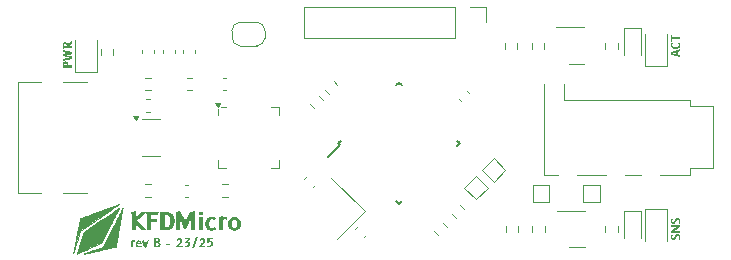
<source format=gbr>
%TF.GenerationSoftware,KiCad,Pcbnew,9.0.0*%
%TF.CreationDate,2025-06-05T15:48:39-04:00*%
%TF.ProjectId,microkfd,6d696372-6f6b-4666-942e-6b696361645f,B*%
%TF.SameCoordinates,Original*%
%TF.FileFunction,Legend,Top*%
%TF.FilePolarity,Positive*%
%FSLAX46Y46*%
G04 Gerber Fmt 4.6, Leading zero omitted, Abs format (unit mm)*
G04 Created by KiCad (PCBNEW 9.0.0) date 2025-06-05 15:48:39*
%MOMM*%
%LPD*%
G01*
G04 APERTURE LIST*
%ADD10C,0.187500*%
%ADD11C,0.300000*%
%ADD12C,0.150000*%
%ADD13C,0.120000*%
%ADD14C,0.010000*%
G04 APERTURE END LIST*
D10*
G36*
X147811250Y-92719998D02*
G01*
X147587218Y-92780860D01*
X147587218Y-92986528D01*
X147811250Y-93045788D01*
X147811250Y-93217338D01*
X147137643Y-93008556D01*
X147027459Y-92990192D01*
X147018728Y-92883671D01*
X147097206Y-92883671D01*
X147291882Y-92911469D01*
X147472317Y-92955570D01*
X147472317Y-92811818D01*
X147291882Y-92856423D01*
X147097206Y-92883671D01*
X147018728Y-92883671D01*
X147011202Y-92791851D01*
X147811250Y-92540571D01*
X147811250Y-92719998D01*
G37*
G36*
X147741457Y-91938131D02*
G01*
X147767467Y-91974744D01*
X147787542Y-92012006D01*
X147802090Y-92050147D01*
X147815546Y-92110692D01*
X147820180Y-92177367D01*
X147816380Y-92230793D01*
X147805355Y-92279144D01*
X147787390Y-92323226D01*
X147762872Y-92364181D01*
X147733318Y-92400621D01*
X147698455Y-92432906D01*
X147659479Y-92460281D01*
X147615928Y-92483282D01*
X147567297Y-92501874D01*
X147516787Y-92515017D01*
X147463734Y-92523017D01*
X147407791Y-92525733D01*
X147329975Y-92520284D01*
X147257215Y-92504255D01*
X147211065Y-92487132D01*
X147169521Y-92465188D01*
X147132102Y-92438401D01*
X147099028Y-92406580D01*
X147070666Y-92369433D01*
X147046876Y-92326385D01*
X147029852Y-92280239D01*
X147019138Y-92227293D01*
X147015369Y-92166376D01*
X147017992Y-92121686D01*
X147025781Y-92078684D01*
X147038725Y-92037049D01*
X147056730Y-91997424D01*
X147079160Y-91961610D01*
X147106136Y-91929247D01*
X147197406Y-92006870D01*
X147175379Y-92043094D01*
X147157060Y-92081654D01*
X147144467Y-92120718D01*
X147139704Y-92157950D01*
X147142240Y-92190619D01*
X147149440Y-92218605D01*
X147160953Y-92242717D01*
X147185859Y-92274220D01*
X147218701Y-92299641D01*
X147257369Y-92318407D01*
X147303698Y-92331881D01*
X147353034Y-92339486D01*
X147406234Y-92342093D01*
X147472088Y-92337651D01*
X147538217Y-92324050D01*
X147569677Y-92313464D01*
X147598804Y-92300419D01*
X147625670Y-92284500D01*
X147648630Y-92266302D01*
X147667960Y-92245151D01*
X147682701Y-92221468D01*
X147692059Y-92195093D01*
X147695295Y-92164773D01*
X147692410Y-92129648D01*
X147682976Y-92093195D01*
X147665665Y-92051475D01*
X147639150Y-92000596D01*
X147741457Y-91938131D01*
G37*
G36*
X147811250Y-91694865D02*
G01*
X147143917Y-91694865D01*
X147143917Y-91901586D01*
X147024299Y-91901586D01*
X147024299Y-91306107D01*
X147143917Y-91306107D01*
X147143917Y-91510721D01*
X147811250Y-91510721D01*
X147811250Y-91694865D01*
G37*
G36*
X147193239Y-108273351D02*
G01*
X147168876Y-108317177D01*
X147151519Y-108353630D01*
X147141032Y-108385366D01*
X147137643Y-108414996D01*
X147142085Y-108452777D01*
X147147925Y-108470287D01*
X147156236Y-108485338D01*
X147167430Y-108498031D01*
X147181973Y-108508144D01*
X147199138Y-108514502D01*
X147221037Y-108516800D01*
X147241528Y-108514228D01*
X147258818Y-108506816D01*
X147274117Y-108495369D01*
X147288219Y-108480346D01*
X147312078Y-108442290D01*
X147333327Y-108397685D01*
X147358240Y-108344425D01*
X147386542Y-108292264D01*
X147420385Y-108245049D01*
X147439958Y-108224344D01*
X147461830Y-108206489D01*
X147486069Y-108191811D01*
X147513258Y-108180523D01*
X147542598Y-108173501D01*
X147576227Y-108171043D01*
X147616155Y-108174001D01*
X147651408Y-108182501D01*
X147682747Y-108196231D01*
X147724610Y-108225587D01*
X147758814Y-108263138D01*
X147785235Y-108307441D01*
X147804701Y-108359126D01*
X147816290Y-108414142D01*
X147820180Y-108471141D01*
X147815388Y-108535542D01*
X147801541Y-108593141D01*
X147779170Y-108648255D01*
X147747777Y-108705111D01*
X147628663Y-108632708D01*
X147649408Y-108599140D01*
X147670153Y-108557970D01*
X147686136Y-108514143D01*
X147691106Y-108492268D01*
X147692685Y-108472195D01*
X147686915Y-108426582D01*
X147679304Y-108405086D01*
X147668322Y-108386420D01*
X147653720Y-108370625D01*
X147635257Y-108358072D01*
X147613517Y-108350173D01*
X147585661Y-108347310D01*
X147558680Y-108350634D01*
X147536064Y-108360179D01*
X147516154Y-108374885D01*
X147498329Y-108393793D01*
X147482784Y-108415568D01*
X147468424Y-108440733D01*
X147442412Y-108493719D01*
X147405455Y-108567953D01*
X147384839Y-108602917D01*
X147362178Y-108633532D01*
X147336199Y-108659985D01*
X147307361Y-108680473D01*
X147274720Y-108693676D01*
X147235737Y-108698287D01*
X147201035Y-108695587D01*
X147169852Y-108687758D01*
X147141581Y-108674977D01*
X147103660Y-108647897D01*
X147072293Y-108613337D01*
X147047794Y-108572795D01*
X147029795Y-108526508D01*
X147018971Y-108477476D01*
X147015369Y-108427590D01*
X147020252Y-108367229D01*
X147034786Y-108309575D01*
X147058489Y-108253628D01*
X147093038Y-108194674D01*
X147193239Y-108273351D01*
G37*
G36*
X147010148Y-107449397D02*
G01*
X147811250Y-107449397D01*
X147811250Y-107615177D01*
X147444015Y-107834446D01*
X147266695Y-107912115D01*
X147267199Y-107915275D01*
X147448732Y-107895308D01*
X147811250Y-107895308D01*
X147811250Y-108074735D01*
X147148634Y-108074735D01*
X147027459Y-108092046D01*
X147011705Y-107905292D01*
X147386313Y-107682313D01*
X147575677Y-107604140D01*
X147575174Y-107601026D01*
X147383153Y-107626168D01*
X147027963Y-107626168D01*
X147010148Y-107449397D01*
G37*
G36*
X147193239Y-106909010D02*
G01*
X147168876Y-106952836D01*
X147151519Y-106989290D01*
X147141032Y-107021026D01*
X147137643Y-107050656D01*
X147142085Y-107088437D01*
X147147925Y-107105946D01*
X147156236Y-107120998D01*
X147167430Y-107133691D01*
X147181973Y-107143804D01*
X147199138Y-107150162D01*
X147221037Y-107152459D01*
X147241528Y-107149888D01*
X147258818Y-107142476D01*
X147274117Y-107131028D01*
X147288219Y-107116006D01*
X147312078Y-107077950D01*
X147333327Y-107033345D01*
X147358240Y-106980085D01*
X147386542Y-106927924D01*
X147420385Y-106880708D01*
X147439958Y-106860003D01*
X147461830Y-106842149D01*
X147486069Y-106827471D01*
X147513258Y-106816182D01*
X147542598Y-106809160D01*
X147576227Y-106806703D01*
X147616155Y-106809661D01*
X147651408Y-106818160D01*
X147682747Y-106831890D01*
X147724610Y-106861246D01*
X147758814Y-106898798D01*
X147785235Y-106943101D01*
X147804701Y-106994785D01*
X147816290Y-107049801D01*
X147820180Y-107106801D01*
X147815388Y-107171201D01*
X147801541Y-107228800D01*
X147779170Y-107283914D01*
X147747777Y-107340770D01*
X147628663Y-107268368D01*
X147649408Y-107234799D01*
X147670153Y-107193629D01*
X147686136Y-107149803D01*
X147691106Y-107127927D01*
X147692685Y-107107854D01*
X147686915Y-107062242D01*
X147679304Y-107040746D01*
X147668322Y-107022079D01*
X147653720Y-107006284D01*
X147635257Y-106993732D01*
X147613517Y-106985833D01*
X147585661Y-106982970D01*
X147558680Y-106986294D01*
X147536064Y-106995838D01*
X147516154Y-107010544D01*
X147498329Y-107029452D01*
X147482784Y-107051227D01*
X147468424Y-107076393D01*
X147442412Y-107129378D01*
X147405455Y-107203613D01*
X147384839Y-107238576D01*
X147362178Y-107269192D01*
X147336199Y-107295645D01*
X147307361Y-107316132D01*
X147274720Y-107329335D01*
X147235737Y-107333947D01*
X147201035Y-107331246D01*
X147169852Y-107323417D01*
X147141581Y-107310637D01*
X147103660Y-107283557D01*
X147072293Y-107248996D01*
X147047794Y-107208455D01*
X147029795Y-107162168D01*
X147018971Y-107113135D01*
X147015369Y-107063249D01*
X147020252Y-107002889D01*
X147034786Y-106945234D01*
X147058489Y-106889287D01*
X147093038Y-106830333D01*
X147193239Y-106909010D01*
G37*
G36*
X95788212Y-93566157D02*
G01*
X95827501Y-93574598D01*
X95860576Y-93587830D01*
X95890785Y-93606591D01*
X95916815Y-93629817D01*
X95939023Y-93657852D01*
X95964702Y-93706552D01*
X95983353Y-93766708D01*
X95994442Y-93832027D01*
X96000160Y-93907300D01*
X96311250Y-93907300D01*
X96311250Y-94091444D01*
X95649183Y-94091444D01*
X95535840Y-94111410D01*
X95528787Y-94058425D01*
X95523246Y-93999120D01*
X95519857Y-93941692D01*
X95518529Y-93893653D01*
X95519537Y-93871121D01*
X95626606Y-93871121D01*
X95627156Y-93891867D01*
X95629217Y-93915726D01*
X95718426Y-93907300D01*
X95889427Y-93907300D01*
X95885695Y-93868109D01*
X95879214Y-93835447D01*
X95868706Y-93805792D01*
X95854576Y-93782186D01*
X95835696Y-93763160D01*
X95811574Y-93749168D01*
X95783174Y-93740918D01*
X95745675Y-93737856D01*
X95715292Y-93741051D01*
X95691132Y-93749946D01*
X95670445Y-93763890D01*
X95654129Y-93781133D01*
X95641702Y-93801339D01*
X95633155Y-93823906D01*
X95628230Y-93847602D01*
X95626606Y-93871121D01*
X95519537Y-93871121D01*
X95521403Y-93829425D01*
X95529840Y-93768814D01*
X95545126Y-93711583D01*
X95567072Y-93663393D01*
X95586414Y-93634790D01*
X95609251Y-93610599D01*
X95635811Y-93590441D01*
X95665440Y-93575688D01*
X95700293Y-93566425D01*
X95741507Y-93563146D01*
X95788212Y-93566157D01*
G37*
G36*
X96048933Y-93011906D02*
G01*
X95802370Y-93035536D01*
X96048933Y-93077988D01*
X96311250Y-93142011D01*
X96311250Y-93328261D01*
X95528512Y-93522892D01*
X95510652Y-93349785D01*
X95860072Y-93262682D01*
X96112405Y-93220184D01*
X96112405Y-93218077D01*
X95857462Y-93196599D01*
X95524299Y-93113709D01*
X95524299Y-92964690D01*
X95857965Y-92881800D01*
X96117672Y-92838798D01*
X96117672Y-92836692D01*
X95859019Y-92815168D01*
X95524299Y-92731774D01*
X95524299Y-92564392D01*
X96311250Y-92760076D01*
X96311250Y-92946326D01*
X96048933Y-93011906D01*
G37*
G36*
X96311250Y-92041407D02*
G01*
X96015365Y-92254402D01*
X96009390Y-92260764D01*
X96006709Y-92267545D01*
X96005381Y-92279085D01*
X96311250Y-92279085D01*
X96311250Y-92463733D01*
X95649183Y-92463733D01*
X95533733Y-92483700D01*
X95528237Y-92430165D01*
X95523246Y-92369303D01*
X95519857Y-92308715D01*
X95518529Y-92256004D01*
X95519205Y-92243411D01*
X95626606Y-92243411D01*
X95626606Y-92271209D01*
X95626881Y-92279360D01*
X95627660Y-92288016D01*
X95718426Y-92279085D01*
X95890480Y-92279085D01*
X95890480Y-92245517D01*
X95887506Y-92211807D01*
X95879214Y-92184380D01*
X95865849Y-92160363D01*
X95849081Y-92141378D01*
X95828708Y-92126535D01*
X95804980Y-92115916D01*
X95779287Y-92109654D01*
X95751994Y-92107535D01*
X95717223Y-92110862D01*
X95691132Y-92119854D01*
X95669155Y-92134171D01*
X95652572Y-92151591D01*
X95640355Y-92172159D01*
X95632377Y-92195417D01*
X95626606Y-92243411D01*
X95519205Y-92243411D01*
X95522293Y-92185922D01*
X95532954Y-92125121D01*
X95551404Y-92069181D01*
X95576002Y-92023867D01*
X95608235Y-91986111D01*
X95646802Y-91958288D01*
X95675773Y-91945517D01*
X95707997Y-91937655D01*
X95744118Y-91934932D01*
X95798296Y-91939609D01*
X95841433Y-91952517D01*
X95879374Y-91973344D01*
X95910722Y-91999962D01*
X95936621Y-92031986D01*
X95957662Y-92068975D01*
X95974285Y-92108800D01*
X95987567Y-92150537D01*
X96004877Y-92077081D01*
X96311250Y-91848333D01*
X96311250Y-92041407D01*
G37*
D11*
G36*
X101376945Y-107872500D02*
G01*
X101376945Y-106547268D01*
X101342323Y-106304918D01*
X101745232Y-106272404D01*
X101745232Y-106786504D01*
X102155560Y-106298599D01*
X102541617Y-106298599D01*
X102018082Y-106928196D01*
X101734791Y-107030961D01*
X102007549Y-107121270D01*
X102563690Y-107872500D01*
X102164994Y-107872500D01*
X101745232Y-107305917D01*
X101745232Y-107872500D01*
X101376945Y-107872500D01*
G37*
G36*
X103001953Y-107872500D02*
G01*
X102633666Y-107872500D01*
X102633666Y-106547268D01*
X102596938Y-106298599D01*
X103648312Y-106298599D01*
X103620010Y-106537834D01*
X102986200Y-106537834D01*
X103001953Y-106682640D01*
X103001953Y-106911343D01*
X103540234Y-106911343D01*
X103540234Y-107134825D01*
X103001953Y-107134825D01*
X103001953Y-107872500D01*
G37*
G36*
X104352013Y-106298772D02*
G01*
X104505604Y-106329556D01*
X104602420Y-106363093D01*
X104688225Y-106406510D01*
X104764257Y-106459707D01*
X104831048Y-106523685D01*
X104887993Y-106599451D01*
X104935349Y-106688410D01*
X104968592Y-106783738D01*
X104989753Y-106895249D01*
X104997265Y-107025740D01*
X104989266Y-107173731D01*
X104966765Y-107300147D01*
X104929398Y-107417231D01*
X104881219Y-107516302D01*
X104820290Y-107604249D01*
X104749603Y-107677868D01*
X104669135Y-107739443D01*
X104581167Y-107788602D01*
X104486886Y-107825781D01*
X104385528Y-107852075D01*
X104280600Y-107867344D01*
X104171480Y-107872500D01*
X103802093Y-107872500D01*
X103802093Y-106548367D01*
X103798082Y-106521073D01*
X104148399Y-106521073D01*
X104170381Y-106689967D01*
X104170381Y-107631157D01*
X104275767Y-107617203D01*
X104357684Y-107592872D01*
X104429724Y-107557066D01*
X104485637Y-107515203D01*
X104531346Y-107465231D01*
X104565413Y-107410331D01*
X104590660Y-107350997D01*
X104608461Y-107290163D01*
X104625771Y-107167981D01*
X104628977Y-107056148D01*
X104624185Y-106941146D01*
X104610567Y-106839993D01*
X104583642Y-106746714D01*
X104541874Y-106670000D01*
X104504629Y-106626624D01*
X104458507Y-106589812D01*
X104402289Y-106559358D01*
X104341490Y-106538608D01*
X104265583Y-106524957D01*
X104171480Y-106519974D01*
X104159939Y-106519974D01*
X104148399Y-106521073D01*
X103798082Y-106521073D01*
X103766464Y-106305926D01*
X103875549Y-106297591D01*
X103989397Y-106292279D01*
X104095368Y-106289165D01*
X104179815Y-106288066D01*
X104352013Y-106298772D01*
G37*
G36*
X105995333Y-107034166D02*
G01*
X106339532Y-106303819D01*
X106706812Y-106271304D01*
X106706812Y-107872500D01*
X106359499Y-107872500D01*
X106359499Y-107294377D01*
X106406668Y-106760309D01*
X106401448Y-106759210D01*
X106229348Y-107262869D01*
X106001653Y-107743448D01*
X105809678Y-107743448D01*
X105600850Y-107310130D01*
X105423530Y-106760309D01*
X105417210Y-106761317D01*
X105470699Y-107349972D01*
X105470699Y-107872500D01*
X105132911Y-107872500D01*
X105132911Y-106547268D01*
X105101404Y-106304918D01*
X105478118Y-106273411D01*
X105838987Y-107032060D01*
X105917755Y-107349972D01*
X105995333Y-107034166D01*
G37*
G36*
X107380739Y-107872500D02*
G01*
X107049088Y-107872500D01*
X107049088Y-106771850D01*
X107380739Y-106738236D01*
X107380739Y-107872500D01*
G37*
G36*
X107042860Y-106298599D02*
G01*
X107386967Y-106298599D01*
X107386967Y-106540949D01*
X107042860Y-106540949D01*
X107042860Y-106298599D01*
G37*
G36*
X108372396Y-107018413D02*
G01*
X108312129Y-106970144D01*
X108256991Y-106942850D01*
X108205059Y-106930852D01*
X108154134Y-106928196D01*
X108096837Y-106935851D01*
X108050819Y-106957596D01*
X108012580Y-106991422D01*
X107981577Y-107035724D01*
X107958880Y-107087231D01*
X107942742Y-107148564D01*
X107933720Y-107213318D01*
X107930652Y-107281737D01*
X107933564Y-107353581D01*
X107942192Y-107422879D01*
X107957898Y-107488951D01*
X107980478Y-107545153D01*
X108012220Y-107593699D01*
X108052377Y-107630699D01*
X108101649Y-107654275D01*
X108164667Y-107662664D01*
X108223377Y-107655337D01*
X108286850Y-107635370D01*
X108349864Y-107605969D01*
X108408116Y-107570341D01*
X108525628Y-107774955D01*
X108445469Y-107821815D01*
X108355635Y-107858852D01*
X108259287Y-107882247D01*
X108151020Y-107890360D01*
X108057780Y-107884211D01*
X107975788Y-107866619D01*
X107903358Y-107838428D01*
X107835899Y-107799578D01*
X107777050Y-107753681D01*
X107726038Y-107700491D01*
X107663937Y-107608478D01*
X107618968Y-107502105D01*
X107592297Y-107388062D01*
X107583339Y-107269189D01*
X107592008Y-107161529D01*
X107617960Y-107057247D01*
X107661832Y-106960061D01*
X107723473Y-106875164D01*
X107773922Y-106826537D01*
X107833034Y-106784245D01*
X107901801Y-106748219D01*
X107975040Y-106722471D01*
X108059243Y-106706224D01*
X108156241Y-106700500D01*
X108265732Y-106710170D01*
X108359848Y-106737778D01*
X108417003Y-106767140D01*
X108473862Y-106808707D01*
X108530848Y-106864173D01*
X108372396Y-107018413D01*
G37*
G36*
X109422762Y-106962817D02*
G01*
X109384935Y-106945506D01*
X109351321Y-106934515D01*
X109316242Y-106929295D01*
X109273743Y-106928196D01*
X109244645Y-106931640D01*
X109214392Y-106942392D01*
X109156690Y-106980677D01*
X109105857Y-107035724D01*
X109067022Y-107100204D01*
X109067022Y-107872500D01*
X108725021Y-107872500D01*
X108725021Y-106725688D01*
X109067022Y-106691066D01*
X109067022Y-106933416D01*
X109165666Y-106718269D01*
X109213385Y-106706270D01*
X109271637Y-106700500D01*
X109326780Y-106702967D01*
X109366617Y-106709385D01*
X109437417Y-106735122D01*
X109422762Y-106962817D01*
G37*
G36*
X110151323Y-106705641D02*
G01*
X110227797Y-106720632D01*
X110298647Y-106745105D01*
X110396142Y-106798594D01*
X110478074Y-106868845D01*
X110544234Y-106954696D01*
X110594487Y-107056698D01*
X110625381Y-107168642D01*
X110635977Y-107292270D01*
X110625758Y-107416920D01*
X110596044Y-107529399D01*
X110547235Y-107632002D01*
X110482196Y-107718810D01*
X110401045Y-107790041D01*
X110303319Y-107844747D01*
X110232086Y-107869685D01*
X110154108Y-107885057D01*
X110068296Y-107890360D01*
X109985375Y-107885103D01*
X109909095Y-107869776D01*
X109838494Y-107844747D01*
X109741489Y-107790162D01*
X109659617Y-107718810D01*
X109593410Y-107631986D01*
X109543113Y-107529399D01*
X109512296Y-107416855D01*
X109501714Y-107292270D01*
X109503268Y-107273402D01*
X109843806Y-107273402D01*
X109846964Y-107345217D01*
X109856354Y-107415002D01*
X109873145Y-107481579D01*
X109896746Y-107538284D01*
X109928841Y-107587800D01*
X109967546Y-107625936D01*
X110014336Y-107650843D01*
X110071502Y-107659459D01*
X110126048Y-107652017D01*
X110171153Y-107630607D01*
X110209074Y-107597306D01*
X110240396Y-107553488D01*
X110263853Y-107502856D01*
X110280787Y-107444403D01*
X110290574Y-107382857D01*
X110293885Y-107318465D01*
X110290737Y-107247527D01*
X110281337Y-107177873D01*
X110264633Y-107111162D01*
X110240945Y-107053584D01*
X110208650Y-107003215D01*
X110169504Y-106964924D01*
X110122200Y-106939965D01*
X110064174Y-106931310D01*
X110009614Y-106938748D01*
X109964432Y-106960161D01*
X109926624Y-106993485D01*
X109895738Y-107037281D01*
X109872831Y-107087961D01*
X109856354Y-107146915D01*
X109846973Y-107208924D01*
X109843806Y-107273402D01*
X109503268Y-107273402D01*
X109511901Y-107168569D01*
X109541556Y-107056698D01*
X109590442Y-106954667D01*
X109655403Y-106868845D01*
X109736513Y-106798643D01*
X109833823Y-106745105D01*
X109904709Y-106720741D01*
X109982503Y-106705696D01*
X110068296Y-106700500D01*
X110151323Y-106705641D01*
G37*
D12*
G36*
X101663945Y-108856408D02*
G01*
X101645032Y-108847753D01*
X101628225Y-108842257D01*
X101610685Y-108839647D01*
X101589436Y-108839098D01*
X101574887Y-108840820D01*
X101559760Y-108846196D01*
X101530909Y-108865338D01*
X101505493Y-108892862D01*
X101486075Y-108925102D01*
X101486075Y-109311250D01*
X101315075Y-109311250D01*
X101315075Y-108737844D01*
X101486075Y-108720533D01*
X101486075Y-108841708D01*
X101535397Y-108734134D01*
X101559257Y-108728135D01*
X101588383Y-108725250D01*
X101615954Y-108726483D01*
X101635873Y-108729692D01*
X101671273Y-108742561D01*
X101663945Y-108856408D01*
G37*
G36*
X102020369Y-108730697D02*
G01*
X102069098Y-108744392D01*
X102111690Y-108767010D01*
X102145165Y-108796325D01*
X102171021Y-108832531D01*
X102189770Y-108876329D01*
X102200660Y-108924586D01*
X102204470Y-108979690D01*
X102202592Y-109016922D01*
X102198150Y-109066793D01*
X101846670Y-109066793D01*
X101850223Y-109094453D01*
X101858714Y-109120557D01*
X101871615Y-109144501D01*
X101887840Y-109164887D01*
X101907390Y-109181830D01*
X101930063Y-109195066D01*
X101955051Y-109203472D01*
X101982545Y-109206332D01*
X102026325Y-109201111D01*
X102064107Y-109188243D01*
X102094240Y-109172489D01*
X102114757Y-109158063D01*
X102195540Y-109228360D01*
X102153545Y-109265088D01*
X102130008Y-109280574D01*
X102103720Y-109293939D01*
X102075522Y-109304551D01*
X102043911Y-109312807D01*
X102010473Y-109317849D01*
X101972058Y-109319630D01*
X101922128Y-109316646D01*
X101879458Y-109308232D01*
X101842960Y-109294992D01*
X101808912Y-109276336D01*
X101779981Y-109254406D01*
X101755628Y-109229138D01*
X101726508Y-109185140D01*
X101706306Y-109134479D01*
X101694738Y-109080063D01*
X101690827Y-109022692D01*
X101692660Y-108985649D01*
X101695209Y-108968653D01*
X101818322Y-108968653D01*
X101909089Y-108959219D01*
X102055451Y-108958715D01*
X102051788Y-108913057D01*
X102046440Y-108892494D01*
X102038141Y-108875001D01*
X102026417Y-108860209D01*
X102011121Y-108848806D01*
X101992533Y-108841723D01*
X101967341Y-108839098D01*
X101945684Y-108841158D01*
X101927682Y-108846974D01*
X101911657Y-108855914D01*
X101898327Y-108866621D01*
X101878131Y-108891579D01*
X101866087Y-108914614D01*
X101818322Y-108968653D01*
X101695209Y-108968653D01*
X101698155Y-108949007D01*
X101707461Y-108913298D01*
X101720457Y-108879718D01*
X101737265Y-108848049D01*
X101757735Y-108818627D01*
X101781925Y-108792272D01*
X101809941Y-108769855D01*
X101841411Y-108751709D01*
X101877353Y-108737569D01*
X101916055Y-108728809D01*
X101959968Y-108725754D01*
X102020369Y-108730697D01*
G37*
G36*
X102489639Y-108944015D02*
G01*
X102528428Y-109153850D01*
X102566209Y-108944015D01*
X102633895Y-108737844D01*
X102800224Y-108718930D01*
X102603487Y-109323843D01*
X102437157Y-109308639D01*
X102252510Y-108737844D01*
X102417740Y-108721037D01*
X102489639Y-108944015D01*
G37*
G36*
X103494886Y-108521650D02*
G01*
X103554248Y-108527734D01*
X103610780Y-108539383D01*
X103658387Y-108556860D01*
X103687051Y-108572908D01*
X103711094Y-108592193D01*
X103731018Y-108614837D01*
X103745773Y-108640752D01*
X103755025Y-108671730D01*
X103758312Y-108708992D01*
X103756241Y-108736732D01*
X103750161Y-108762482D01*
X103740435Y-108786768D01*
X103727629Y-108808918D01*
X103711746Y-108829117D01*
X103692459Y-108847753D01*
X103670740Y-108863989D01*
X103646571Y-108877886D01*
X103679379Y-108890701D01*
X103709815Y-108905730D01*
X103737760Y-108923730D01*
X103761472Y-108944565D01*
X103781127Y-108968723D01*
X103796094Y-108996222D01*
X103805423Y-109026612D01*
X103808688Y-109062030D01*
X103805255Y-109106713D01*
X103795544Y-109144691D01*
X103779954Y-109179268D01*
X103760144Y-109208713D01*
X103735915Y-109234210D01*
X103707434Y-109255928D01*
X103676064Y-109273726D01*
X103642633Y-109287894D01*
X103607729Y-109298492D01*
X103571284Y-109305754D01*
X103498652Y-109311250D01*
X103254699Y-109311250D01*
X103254699Y-109191632D01*
X103438843Y-109191632D01*
X103468747Y-109191632D01*
X103506982Y-109190039D01*
X103538769Y-109185632D01*
X103567716Y-109177173D01*
X103590701Y-109164887D01*
X103609431Y-109147993D01*
X103623216Y-109126602D01*
X103631469Y-109101142D01*
X103634527Y-109067297D01*
X103631552Y-109034917D01*
X103623490Y-109010373D01*
X103610285Y-108989657D01*
X103593082Y-108973645D01*
X103572219Y-108961876D01*
X103546875Y-108953724D01*
X103519457Y-108949243D01*
X103488668Y-108947679D01*
X103438843Y-108947679D01*
X103438843Y-109191632D01*
X103254699Y-109191632D01*
X103254699Y-108649183D01*
X103251705Y-108628713D01*
X103430416Y-108628713D01*
X103438843Y-108718426D01*
X103438843Y-108839098D01*
X103454047Y-108839098D01*
X103478613Y-108837411D01*
X103503598Y-108832274D01*
X103527435Y-108823485D01*
X103548477Y-108811025D01*
X103566468Y-108794674D01*
X103580992Y-108774022D01*
X103590266Y-108749829D01*
X103593586Y-108719480D01*
X103590349Y-108692429D01*
X103581496Y-108672264D01*
X103567684Y-108655949D01*
X103550538Y-108643917D01*
X103530886Y-108635579D01*
X103508864Y-108630270D01*
X103464534Y-108626606D01*
X103447727Y-108627156D01*
X103430416Y-108628713D01*
X103251705Y-108628713D01*
X103237892Y-108534282D01*
X103287214Y-108528512D01*
X103340428Y-108523795D01*
X103391078Y-108520635D01*
X103432523Y-108519582D01*
X103494886Y-108521650D01*
G37*
G36*
X104306073Y-108983857D02*
G01*
X104634976Y-108983857D01*
X104634976Y-109101414D01*
X104306073Y-109101414D01*
X104306073Y-108983857D01*
G37*
G36*
X105138727Y-109311250D02*
G01*
X105138727Y-109211553D01*
X105195651Y-109129991D01*
X105262009Y-109046048D01*
X105328641Y-108968149D01*
X105385840Y-108904677D01*
X105434063Y-108853248D01*
X105466074Y-108814460D01*
X105476659Y-108796248D01*
X105483659Y-108778510D01*
X105487719Y-108759478D01*
X105489200Y-108735737D01*
X105487568Y-108716486D01*
X105482606Y-108697177D01*
X105474626Y-108678935D01*
X105463967Y-108662831D01*
X105450667Y-108649096D01*
X105434887Y-108638422D01*
X105416981Y-108631578D01*
X105396327Y-108629217D01*
X105368743Y-108632441D01*
X105343796Y-108641952D01*
X105320765Y-108658068D01*
X105290979Y-108690828D01*
X105263062Y-108736241D01*
X105140834Y-108690628D01*
X105158438Y-108651931D01*
X105180172Y-108617951D01*
X105206502Y-108588005D01*
X105237096Y-108562859D01*
X105271730Y-108542858D01*
X105311605Y-108527734D01*
X105354705Y-108518583D01*
X105404204Y-108515369D01*
X105461831Y-108520499D01*
X105510679Y-108535061D01*
X105554301Y-108558146D01*
X105589630Y-108586718D01*
X105618133Y-108621039D01*
X105638677Y-108659396D01*
X105651343Y-108700556D01*
X105655484Y-108741507D01*
X105652523Y-108777232D01*
X105643944Y-108809193D01*
X105630517Y-108839395D01*
X105612986Y-108868727D01*
X105568931Y-108925651D01*
X105518052Y-108985460D01*
X105463738Y-109049482D01*
X105410203Y-109111398D01*
X105364041Y-109165437D01*
X105331801Y-109206332D01*
X105668627Y-109206332D01*
X105668627Y-109311250D01*
X105138727Y-109311250D01*
G37*
G36*
X105900124Y-108819131D02*
G01*
X105936852Y-108792386D01*
X105982739Y-108757765D01*
X106032564Y-108718152D01*
X106081383Y-108675653D01*
X106124156Y-108632148D01*
X106156121Y-108590382D01*
X106019742Y-108629217D01*
X105846085Y-108629217D01*
X105857122Y-108524299D01*
X106298820Y-108524299D01*
X106298820Y-108615066D01*
X106279112Y-108654644D01*
X106252108Y-108691132D01*
X106220357Y-108725124D01*
X106184468Y-108759322D01*
X106102632Y-108802873D01*
X106156210Y-108806612D01*
X106203107Y-108817299D01*
X106245770Y-108835155D01*
X106280456Y-108858515D01*
X106308812Y-108888150D01*
X106330052Y-108923819D01*
X106343099Y-108964108D01*
X106347638Y-109010648D01*
X106342142Y-109060722D01*
X106326114Y-109105078D01*
X106300931Y-109145101D01*
X106267862Y-109180915D01*
X106228546Y-109211656D01*
X106181583Y-109238893D01*
X106130649Y-109261225D01*
X106075566Y-109279513D01*
X106018500Y-109293421D01*
X105959108Y-109303373D01*
X105899240Y-109309299D01*
X105840819Y-109311250D01*
X105840819Y-109206332D01*
X105902123Y-109201190D01*
X105961490Y-109190075D01*
X106018068Y-109172978D01*
X106066407Y-109151515D01*
X106108831Y-109124017D01*
X106140642Y-109092759D01*
X106156383Y-109068642D01*
X106165614Y-109043219D01*
X106168715Y-109015868D01*
X106165314Y-108987171D01*
X106155846Y-108964760D01*
X106140818Y-108946077D01*
X106120996Y-108931147D01*
X106097671Y-108920294D01*
X106069842Y-108912783D01*
X106040223Y-108908693D01*
X106008201Y-108907287D01*
X105985120Y-108908066D01*
X105953613Y-108909668D01*
X105922380Y-108911226D01*
X105900124Y-108912508D01*
X105900124Y-108819131D01*
G37*
G36*
X106623739Y-109363731D02*
G01*
X106439046Y-109363731D01*
X106811043Y-108471817D01*
X106990973Y-108471817D01*
X106623739Y-109363731D01*
G37*
G36*
X107080458Y-109311250D02*
G01*
X107080458Y-109211553D01*
X107137382Y-109129991D01*
X107203739Y-109046048D01*
X107270372Y-108968149D01*
X107327571Y-108904677D01*
X107375793Y-108853248D01*
X107407804Y-108814460D01*
X107418389Y-108796248D01*
X107425390Y-108778510D01*
X107429450Y-108759478D01*
X107430931Y-108735737D01*
X107429299Y-108716486D01*
X107424337Y-108697177D01*
X107416357Y-108678935D01*
X107405698Y-108662831D01*
X107392397Y-108649096D01*
X107376618Y-108638422D01*
X107358712Y-108631578D01*
X107338058Y-108629217D01*
X107310474Y-108632441D01*
X107285526Y-108641952D01*
X107262495Y-108658068D01*
X107232710Y-108690828D01*
X107204793Y-108736241D01*
X107082564Y-108690628D01*
X107100169Y-108651931D01*
X107121903Y-108617951D01*
X107148232Y-108588005D01*
X107178827Y-108562859D01*
X107213461Y-108542858D01*
X107253336Y-108527734D01*
X107296436Y-108518583D01*
X107345935Y-108515369D01*
X107403562Y-108520499D01*
X107452409Y-108535061D01*
X107496032Y-108558146D01*
X107531361Y-108586718D01*
X107559864Y-108621039D01*
X107580408Y-108659396D01*
X107593074Y-108700556D01*
X107597215Y-108741507D01*
X107594254Y-108777232D01*
X107585674Y-108809193D01*
X107572248Y-108839395D01*
X107554716Y-108868727D01*
X107510661Y-108925651D01*
X107459782Y-108985460D01*
X107405469Y-109049482D01*
X107351934Y-109111398D01*
X107305772Y-109165437D01*
X107273532Y-109206332D01*
X107610358Y-109206332D01*
X107610358Y-109311250D01*
X107080458Y-109311250D01*
G37*
G36*
X107961472Y-108762482D02*
G01*
X107988995Y-108757490D01*
X108022335Y-108755658D01*
X108081158Y-108760319D01*
X108131191Y-108773518D01*
X108176103Y-108794976D01*
X108212478Y-108822291D01*
X108241925Y-108855879D01*
X108263402Y-108894464D01*
X108276534Y-108936860D01*
X108280988Y-108982850D01*
X108275503Y-109035130D01*
X108259464Y-109081997D01*
X108234206Y-109124752D01*
X108200937Y-109163559D01*
X108161335Y-109197459D01*
X108114658Y-109227581D01*
X108063965Y-109252767D01*
X108009466Y-109273743D01*
X107952870Y-109290048D01*
X107894290Y-109301816D01*
X107835276Y-109308924D01*
X107778382Y-109311250D01*
X107778382Y-109192685D01*
X107815767Y-109190096D01*
X107854677Y-109184304D01*
X107930515Y-109164337D01*
X107966382Y-109150354D01*
X107999757Y-109133929D01*
X108030697Y-109114781D01*
X108056681Y-109094316D01*
X108078799Y-109071300D01*
X108095241Y-109047101D01*
X108105879Y-109020833D01*
X108109392Y-108993337D01*
X108107565Y-108972102D01*
X108102065Y-108951342D01*
X108093150Y-108931950D01*
X108081319Y-108915164D01*
X108066709Y-108900930D01*
X108049583Y-108889702D01*
X108030415Y-108882471D01*
X108008688Y-108879993D01*
X107971456Y-108883153D01*
X107939948Y-108891304D01*
X107915036Y-108902021D01*
X107896397Y-108913057D01*
X107778382Y-108913057D01*
X107778382Y-108524299D01*
X108232719Y-108524299D01*
X108232719Y-108629217D01*
X107961472Y-108629217D01*
X107961472Y-108762482D01*
G37*
D13*
%TO.C,D3*%
X96540000Y-94435000D02*
X98460000Y-94435000D01*
X98460000Y-94435000D02*
X98460000Y-91750000D01*
X96540000Y-91750000D02*
X96540000Y-94435000D01*
%TO.C,D2*%
X144790000Y-93935000D02*
X146710000Y-93935000D01*
X146710000Y-93935000D02*
X146710000Y-91250000D01*
X144790000Y-91250000D02*
X144790000Y-93935000D01*
%TO.C,D1*%
X146710000Y-106065000D02*
X144790000Y-106065000D01*
X144790000Y-106065000D02*
X144790000Y-108750000D01*
X146710000Y-108750000D02*
X146710000Y-106065000D01*
%TO.C,R7*%
X117201697Y-96462770D02*
X117537230Y-96798303D01*
X116462770Y-97201697D02*
X116798303Y-97537230D01*
%TO.C,R6*%
X118451697Y-95212770D02*
X118787230Y-95548303D01*
X117712770Y-95951697D02*
X118048303Y-96287230D01*
%TO.C,R18*%
X142522500Y-107512742D02*
X142522500Y-107987258D01*
X141477500Y-107512742D02*
X141477500Y-107987258D01*
%TO.C,R17*%
X141477500Y-92487258D02*
X141477500Y-92012742D01*
X142522500Y-92487258D02*
X142522500Y-92012742D01*
%TO.C,R16*%
X109487258Y-105022500D02*
X109012742Y-105022500D01*
X109487258Y-103977500D02*
X109012742Y-103977500D01*
%TO.C,R15*%
X135290000Y-107987258D02*
X135290000Y-107512742D01*
X136335000Y-107987258D02*
X136335000Y-107512742D01*
%TO.C,R14*%
X135227500Y-92487258D02*
X135227500Y-92012742D01*
X136272500Y-92487258D02*
X136272500Y-92012742D01*
%TO.C,R13*%
X134085000Y-107512742D02*
X134085000Y-107987258D01*
X133040000Y-107512742D02*
X133040000Y-107987258D01*
%TO.C,R12*%
X134022500Y-92012742D02*
X134022500Y-92487258D01*
X132977500Y-92012742D02*
X132977500Y-92487258D01*
%TO.C,R11*%
X106487258Y-96022500D02*
X106012742Y-96022500D01*
X106487258Y-94977500D02*
X106012742Y-94977500D01*
%TO.C,R10*%
X102987258Y-105022500D02*
X102512742Y-105022500D01*
X102987258Y-103977500D02*
X102512742Y-103977500D01*
%TO.C,R9*%
X128798303Y-106787230D02*
X128462770Y-106451697D01*
X129537230Y-106048303D02*
X129201697Y-105712770D01*
%TO.C,R8*%
X127298303Y-108287230D02*
X126962770Y-107951697D01*
X128037230Y-107548303D02*
X127701697Y-107212770D01*
%TO.C,R5*%
X102987258Y-96022500D02*
X102512742Y-96022500D01*
X102987258Y-94977500D02*
X102512742Y-94977500D01*
%TO.C,R4*%
X99772500Y-92512742D02*
X99772500Y-92987258D01*
X98727500Y-92512742D02*
X98727500Y-92987258D01*
%TO.C,JP1*%
X112650000Y-90950000D02*
X112650000Y-91550000D01*
X111950000Y-92250000D02*
X110550000Y-92250000D01*
X110550000Y-90250000D02*
X111950000Y-90250000D01*
X109850000Y-91550000D02*
X109850000Y-90950000D01*
X112650000Y-91550000D02*
G75*
G02*
X111950000Y-92250000I-699999J-1D01*
G01*
X111950000Y-90250000D02*
G75*
G02*
X112650000Y-90950000I1J-699999D01*
G01*
X110550000Y-92250000D02*
G75*
G02*
X109850000Y-91550000I0J700000D01*
G01*
X109850000Y-90950000D02*
G75*
G02*
X110550000Y-90250000I700000J0D01*
G01*
%TO.C,C9*%
X109109420Y-94990000D02*
X109390580Y-94990000D01*
X109109420Y-96010000D02*
X109390580Y-96010000D01*
%TO.C,C8*%
X116910030Y-104011219D02*
X116711219Y-104210030D01*
X116188781Y-103289970D02*
X115989970Y-103488781D01*
%TO.C,C7*%
X120289970Y-107738781D02*
X120488781Y-107539970D01*
X121011219Y-108460030D02*
X121210030Y-108261219D01*
%TO.C,C6*%
X105010000Y-92609420D02*
X105010000Y-92890580D01*
X103990000Y-92609420D02*
X103990000Y-92890580D01*
%TO.C,C5*%
X129761219Y-96039970D02*
X129960030Y-96238781D01*
X129039970Y-96761219D02*
X129238781Y-96960030D01*
%TO.C,C3*%
X106140580Y-105010000D02*
X105859420Y-105010000D01*
X106140580Y-103990000D02*
X105859420Y-103990000D01*
%TO.C,C2*%
X102240000Y-92890580D02*
X102240000Y-92609420D01*
X103260000Y-92890580D02*
X103260000Y-92609420D01*
%TO.C,C1*%
X105740000Y-92890580D02*
X105740000Y-92609420D01*
X106760000Y-92890580D02*
X106760000Y-92609420D01*
%TO.C,U1*%
X103000000Y-98440000D02*
X102200000Y-98440000D01*
X103000000Y-98440000D02*
X103800000Y-98440000D01*
X103000000Y-101560000D02*
X102200000Y-101560000D01*
X103000000Y-101560000D02*
X103800000Y-101560000D01*
X101700000Y-98490000D02*
X101460000Y-98160000D01*
X101940000Y-98160000D01*
X101700000Y-98490000D01*
G36*
X101700000Y-98490000D02*
G01*
X101460000Y-98160000D01*
X101940000Y-98160000D01*
X101700000Y-98490000D01*
G37*
%TO.C,U3*%
X108640000Y-98115000D02*
X108640000Y-97630000D01*
X108640000Y-102610000D02*
X108640000Y-101885000D01*
X109365000Y-97390000D02*
X108940000Y-97390000D01*
X109365000Y-102610000D02*
X108640000Y-102610000D01*
X113135000Y-97390000D02*
X113860000Y-97390000D01*
X113135000Y-102610000D02*
X113860000Y-102610000D01*
X113860000Y-97390000D02*
X113860000Y-98115000D01*
X113860000Y-102610000D02*
X113860000Y-101885000D01*
X108640000Y-97390000D02*
X108400000Y-97060000D01*
X108880000Y-97060000D01*
X108640000Y-97390000D01*
G36*
X108640000Y-97390000D02*
G01*
X108400000Y-97060000D01*
X108880000Y-97060000D01*
X108640000Y-97390000D01*
G37*
%TO.C,F1*%
X102587221Y-96790000D02*
X102912779Y-96790000D01*
X102587221Y-97810000D02*
X102912779Y-97810000D01*
%TO.C,D5*%
X144485000Y-106265000D02*
X143015000Y-106265000D01*
X143015000Y-106265000D02*
X143015000Y-108550000D01*
X144485000Y-108550000D02*
X144485000Y-106265000D01*
%TO.C,D4*%
X144485000Y-90765000D02*
X143015000Y-90765000D01*
X143015000Y-90765000D02*
X143015000Y-93050000D01*
X144485000Y-93050000D02*
X144485000Y-90765000D01*
%TO.C,J3*%
X150620000Y-102620000D02*
X148620000Y-102620000D01*
X150620000Y-97380000D02*
X150620000Y-102620000D01*
X148620000Y-103170000D02*
X146100000Y-103170000D01*
X148620000Y-102620000D02*
X148620000Y-103170000D01*
X148620000Y-97380000D02*
X150620000Y-97380000D01*
X148620000Y-96830000D02*
X148620000Y-97380000D01*
X144500000Y-103170000D02*
X143100000Y-103170000D01*
X141500000Y-103170000D02*
X139100000Y-103170000D01*
X138000000Y-96830000D02*
X148620000Y-96830000D01*
X138000000Y-95500000D02*
X138000000Y-96830000D01*
X136280000Y-103170000D02*
X137500000Y-103170000D01*
X136280000Y-103170000D02*
X136280000Y-95500000D01*
%TO.C,J1*%
X97550000Y-104700000D02*
X95550000Y-104700000D01*
X97550000Y-95300000D02*
X95550000Y-95300000D01*
X93650000Y-104700000D02*
X91750000Y-104700000D01*
X93650000Y-95300000D02*
X91750000Y-95300000D01*
X91750000Y-95300000D02*
X91750000Y-104700000D01*
%TO.C,J2*%
X131330000Y-88920000D02*
X131330000Y-90250000D01*
X130000000Y-88920000D02*
X131330000Y-88920000D01*
X128730000Y-91580000D02*
X115970000Y-91580000D01*
X128730000Y-88920000D02*
X128730000Y-91580000D01*
X128730000Y-88920000D02*
X115970000Y-88920000D01*
X115970000Y-88920000D02*
X115970000Y-91580000D01*
%TO.C,TP1*%
X131489949Y-104250000D02*
X130500000Y-105239949D01*
X130500000Y-105239949D02*
X129510051Y-104250000D01*
X130500000Y-103260051D02*
X131489949Y-104250000D01*
X129510051Y-104250000D02*
X130500000Y-103260051D01*
%TO.C,TP2*%
X132989949Y-102750000D02*
X132000000Y-103739949D01*
X132000000Y-103739949D02*
X131010051Y-102750000D01*
X132000000Y-101760051D02*
X132989949Y-102750000D01*
X131010051Y-102750000D02*
X132000000Y-101760051D01*
%TO.C,TP3*%
X136700000Y-105450000D02*
X135300000Y-105450000D01*
X136700000Y-104050000D02*
X136700000Y-105450000D01*
X135300000Y-105450000D02*
X135300000Y-104050000D01*
X135300000Y-104050000D02*
X136700000Y-104050000D01*
%TO.C,TP4*%
X141000000Y-105450000D02*
X139600000Y-105450000D01*
X141000000Y-104050000D02*
X141000000Y-105450000D01*
X139600000Y-105450000D02*
X139600000Y-104050000D01*
X139600000Y-104050000D02*
X141000000Y-104050000D01*
%TO.C,Y1*%
X121080940Y-106247487D02*
X118252513Y-103419060D01*
X118747487Y-108580940D02*
X121080940Y-106247487D01*
%TO.C,Q2*%
X139062500Y-106190000D02*
X137387500Y-106190000D01*
X139062500Y-106190000D02*
X139712500Y-106190000D01*
X139062500Y-109310000D02*
X138412500Y-109310000D01*
X139062500Y-109310000D02*
X139712500Y-109310000D01*
D12*
%TO.C,U2*%
X118873476Y-100500000D02*
X119032575Y-100659099D01*
X118873476Y-100500000D02*
X119103286Y-100270190D01*
X119032575Y-100659099D02*
X118024948Y-101666726D01*
X124000000Y-95373476D02*
X123770190Y-95603286D01*
X124000000Y-95373476D02*
X124229810Y-95603286D01*
X124000000Y-105626524D02*
X123770190Y-105396714D01*
X124000000Y-105626524D02*
X124229810Y-105396714D01*
X129126524Y-100500000D02*
X128896714Y-100270190D01*
X129126524Y-100500000D02*
X128896714Y-100729810D01*
D14*
%TO.C,G\u002A\u002A\u002A*%
X100291273Y-105964170D02*
X100280945Y-105985672D01*
X100263950Y-106020462D01*
X100240629Y-106067853D01*
X100211327Y-106127154D01*
X100176385Y-106197676D01*
X100136148Y-106278730D01*
X100090957Y-106369627D01*
X100041157Y-106469677D01*
X99987090Y-106578191D01*
X99929099Y-106694480D01*
X99867527Y-106817854D01*
X99802718Y-106947624D01*
X99735014Y-107083101D01*
X99664758Y-107223595D01*
X99592293Y-107368416D01*
X99548547Y-107455803D01*
X98799451Y-108951906D01*
X97753424Y-109400823D01*
X97629093Y-109454177D01*
X97508945Y-109505727D01*
X97393837Y-109555107D01*
X97284628Y-109601947D01*
X97182179Y-109645880D01*
X97087347Y-109686536D01*
X97000992Y-109723549D01*
X96923974Y-109756550D01*
X96857150Y-109785171D01*
X96801381Y-109809043D01*
X96757525Y-109827798D01*
X96726441Y-109841069D01*
X96708989Y-109848486D01*
X96705346Y-109849999D01*
X96703295Y-109844223D01*
X96703294Y-109844077D01*
X96705837Y-109835638D01*
X96713246Y-109812616D01*
X96725199Y-109775990D01*
X96741371Y-109726742D01*
X96761437Y-109665853D01*
X96785073Y-109594304D01*
X96811954Y-109513076D01*
X96841755Y-109423150D01*
X96874153Y-109325507D01*
X96908823Y-109221128D01*
X96945439Y-109110994D01*
X96983679Y-108996085D01*
X97001132Y-108943673D01*
X97298970Y-108049451D01*
X98795253Y-107001522D01*
X98936078Y-106902918D01*
X99073339Y-106806853D01*
X99206433Y-106713751D01*
X99334754Y-106624031D01*
X99457699Y-106538114D01*
X99574663Y-106456423D01*
X99685043Y-106379377D01*
X99788233Y-106307398D01*
X99883629Y-106240907D01*
X99970629Y-106180326D01*
X100048626Y-106126074D01*
X100117017Y-106078574D01*
X100175198Y-106038247D01*
X100222564Y-106005512D01*
X100258511Y-105980793D01*
X100282436Y-105964509D01*
X100293733Y-105957081D01*
X100294589Y-105956648D01*
X100291273Y-105964170D01*
G36*
X100291273Y-105964170D02*
G01*
X100280945Y-105985672D01*
X100263950Y-106020462D01*
X100240629Y-106067853D01*
X100211327Y-106127154D01*
X100176385Y-106197676D01*
X100136148Y-106278730D01*
X100090957Y-106369627D01*
X100041157Y-106469677D01*
X99987090Y-106578191D01*
X99929099Y-106694480D01*
X99867527Y-106817854D01*
X99802718Y-106947624D01*
X99735014Y-107083101D01*
X99664758Y-107223595D01*
X99592293Y-107368416D01*
X99548547Y-107455803D01*
X98799451Y-108951906D01*
X97753424Y-109400823D01*
X97629093Y-109454177D01*
X97508945Y-109505727D01*
X97393837Y-109555107D01*
X97284628Y-109601947D01*
X97182179Y-109645880D01*
X97087347Y-109686536D01*
X97000992Y-109723549D01*
X96923974Y-109756550D01*
X96857150Y-109785171D01*
X96801381Y-109809043D01*
X96757525Y-109827798D01*
X96726441Y-109841069D01*
X96708989Y-109848486D01*
X96705346Y-109849999D01*
X96703295Y-109844223D01*
X96703294Y-109844077D01*
X96705837Y-109835638D01*
X96713246Y-109812616D01*
X96725199Y-109775990D01*
X96741371Y-109726742D01*
X96761437Y-109665853D01*
X96785073Y-109594304D01*
X96811954Y-109513076D01*
X96841755Y-109423150D01*
X96874153Y-109325507D01*
X96908823Y-109221128D01*
X96945439Y-109110994D01*
X96983679Y-108996085D01*
X97001132Y-108943673D01*
X97298970Y-108049451D01*
X98795253Y-107001522D01*
X98936078Y-106902918D01*
X99073339Y-106806853D01*
X99206433Y-106713751D01*
X99334754Y-106624031D01*
X99457699Y-106538114D01*
X99574663Y-106456423D01*
X99685043Y-106379377D01*
X99788233Y-106307398D01*
X99883629Y-106240907D01*
X99970629Y-106180326D01*
X100048626Y-106126074D01*
X100117017Y-106078574D01*
X100175198Y-106038247D01*
X100222564Y-106005512D01*
X100258511Y-105980793D01*
X100282436Y-105964509D01*
X100293733Y-105957081D01*
X100294589Y-105956648D01*
X100291273Y-105964170D01*
G37*
X100596703Y-105964575D02*
X100592746Y-105987989D01*
X100586167Y-106025695D01*
X100577136Y-106076767D01*
X100565820Y-106140284D01*
X100552387Y-106215319D01*
X100537006Y-106300950D01*
X100519846Y-106396253D01*
X100501073Y-106500302D01*
X100480858Y-106612175D01*
X100459366Y-106730947D01*
X100436768Y-106855695D01*
X100413231Y-106985494D01*
X100388924Y-107119419D01*
X100364014Y-107256548D01*
X100338670Y-107395957D01*
X100313061Y-107536720D01*
X100287353Y-107677914D01*
X100261716Y-107818616D01*
X100236319Y-107957900D01*
X100211328Y-108094844D01*
X100186912Y-108228522D01*
X100163240Y-108358012D01*
X100140480Y-108482388D01*
X100118800Y-108600728D01*
X100098368Y-108712106D01*
X100079353Y-108815599D01*
X100061922Y-108910283D01*
X100046244Y-108995234D01*
X100032487Y-109069527D01*
X100020820Y-109132240D01*
X100011411Y-109182447D01*
X100004427Y-109219225D01*
X100000037Y-109241649D01*
X99998432Y-109248811D01*
X99990109Y-109251007D01*
X99966602Y-109256565D01*
X99928748Y-109265297D01*
X99877384Y-109277015D01*
X99813345Y-109291530D01*
X99737469Y-109308657D01*
X99650591Y-109328206D01*
X99553548Y-109349990D01*
X99447177Y-109373821D01*
X99332313Y-109399512D01*
X99209793Y-109426874D01*
X99080455Y-109455720D01*
X98945133Y-109485863D01*
X98804664Y-109517114D01*
X98666721Y-109547767D01*
X98521912Y-109579928D01*
X98381321Y-109611154D01*
X98245794Y-109641256D01*
X98116177Y-109670047D01*
X97993318Y-109697337D01*
X97878062Y-109722940D01*
X97771257Y-109746666D01*
X97673749Y-109768329D01*
X97586385Y-109787739D01*
X97510011Y-109804709D01*
X97445474Y-109819051D01*
X97393620Y-109830576D01*
X97355296Y-109839097D01*
X97331349Y-109844425D01*
X97322707Y-109846354D01*
X97317961Y-109846140D01*
X97326818Y-109840919D01*
X97330911Y-109839021D01*
X97341899Y-109834737D01*
X97367254Y-109825247D01*
X97405918Y-109810939D01*
X97456832Y-109792199D01*
X97518937Y-109769415D01*
X97591175Y-109742975D01*
X97672487Y-109713264D01*
X97761814Y-109680672D01*
X97858099Y-109645583D01*
X97960282Y-109608387D01*
X98067305Y-109569470D01*
X98151778Y-109538780D01*
X98948033Y-109249607D01*
X99771856Y-107601896D01*
X99849064Y-107447502D01*
X99924333Y-107297043D01*
X99997333Y-107151175D01*
X100067737Y-107010550D01*
X100135215Y-106875825D01*
X100199440Y-106747653D01*
X100260082Y-106626690D01*
X100316813Y-106513589D01*
X100369304Y-106409006D01*
X100417227Y-106313595D01*
X100460252Y-106228011D01*
X100498053Y-106152908D01*
X100530299Y-106088942D01*
X100556662Y-106036766D01*
X100576813Y-105997035D01*
X100590425Y-105970404D01*
X100597168Y-105957528D01*
X100597871Y-105956377D01*
X100596703Y-105964575D01*
G36*
X100596703Y-105964575D02*
G01*
X100592746Y-105987989D01*
X100586167Y-106025695D01*
X100577136Y-106076767D01*
X100565820Y-106140284D01*
X100552387Y-106215319D01*
X100537006Y-106300950D01*
X100519846Y-106396253D01*
X100501073Y-106500302D01*
X100480858Y-106612175D01*
X100459366Y-106730947D01*
X100436768Y-106855695D01*
X100413231Y-106985494D01*
X100388924Y-107119419D01*
X100364014Y-107256548D01*
X100338670Y-107395957D01*
X100313061Y-107536720D01*
X100287353Y-107677914D01*
X100261716Y-107818616D01*
X100236319Y-107957900D01*
X100211328Y-108094844D01*
X100186912Y-108228522D01*
X100163240Y-108358012D01*
X100140480Y-108482388D01*
X100118800Y-108600728D01*
X100098368Y-108712106D01*
X100079353Y-108815599D01*
X100061922Y-108910283D01*
X100046244Y-108995234D01*
X100032487Y-109069527D01*
X100020820Y-109132240D01*
X100011411Y-109182447D01*
X100004427Y-109219225D01*
X100000037Y-109241649D01*
X99998432Y-109248811D01*
X99990109Y-109251007D01*
X99966602Y-109256565D01*
X99928748Y-109265297D01*
X99877384Y-109277015D01*
X99813345Y-109291530D01*
X99737469Y-109308657D01*
X99650591Y-109328206D01*
X99553548Y-109349990D01*
X99447177Y-109373821D01*
X99332313Y-109399512D01*
X99209793Y-109426874D01*
X99080455Y-109455720D01*
X98945133Y-109485863D01*
X98804664Y-109517114D01*
X98666721Y-109547767D01*
X98521912Y-109579928D01*
X98381321Y-109611154D01*
X98245794Y-109641256D01*
X98116177Y-109670047D01*
X97993318Y-109697337D01*
X97878062Y-109722940D01*
X97771257Y-109746666D01*
X97673749Y-109768329D01*
X97586385Y-109787739D01*
X97510011Y-109804709D01*
X97445474Y-109819051D01*
X97393620Y-109830576D01*
X97355296Y-109839097D01*
X97331349Y-109844425D01*
X97322707Y-109846354D01*
X97317961Y-109846140D01*
X97326818Y-109840919D01*
X97330911Y-109839021D01*
X97341899Y-109834737D01*
X97367254Y-109825247D01*
X97405918Y-109810939D01*
X97456832Y-109792199D01*
X97518937Y-109769415D01*
X97591175Y-109742975D01*
X97672487Y-109713264D01*
X97761814Y-109680672D01*
X97858099Y-109645583D01*
X97960282Y-109608387D01*
X98067305Y-109569470D01*
X98151778Y-109538780D01*
X98948033Y-109249607D01*
X99771856Y-107601896D01*
X99849064Y-107447502D01*
X99924333Y-107297043D01*
X99997333Y-107151175D01*
X100067737Y-107010550D01*
X100135215Y-106875825D01*
X100199440Y-106747653D01*
X100260082Y-106626690D01*
X100316813Y-106513589D01*
X100369304Y-106409006D01*
X100417227Y-106313595D01*
X100460252Y-106228011D01*
X100498053Y-106152908D01*
X100530299Y-106088942D01*
X100556662Y-106036766D01*
X100576813Y-105997035D01*
X100590425Y-105970404D01*
X100597168Y-105957528D01*
X100597871Y-105956377D01*
X100596703Y-105964575D01*
G37*
X100288764Y-105658484D02*
X100287361Y-105659953D01*
X100279450Y-105665448D01*
X100258570Y-105679781D01*
X100225313Y-105702548D01*
X100180269Y-105733347D01*
X100124028Y-105771775D01*
X100057181Y-105817428D01*
X99980318Y-105869904D01*
X99894031Y-105928800D01*
X99798909Y-105993713D01*
X99695544Y-106064239D01*
X99584525Y-106139976D01*
X99466444Y-106220521D01*
X99341890Y-106305471D01*
X99211455Y-106394422D01*
X99075730Y-106486972D01*
X98935304Y-106582719D01*
X98790768Y-106681258D01*
X98642713Y-106782187D01*
X98637232Y-106785923D01*
X97000549Y-107901595D01*
X96704705Y-108861569D01*
X96667351Y-108982701D01*
X96631353Y-109099281D01*
X96597004Y-109210372D01*
X96564595Y-109315035D01*
X96534420Y-109412333D01*
X96506769Y-109501328D01*
X96481935Y-109581081D01*
X96460210Y-109650654D01*
X96441885Y-109709110D01*
X96427254Y-109755510D01*
X96416607Y-109788917D01*
X96410238Y-109808392D01*
X96408403Y-109813275D01*
X96409925Y-109804320D01*
X96414482Y-109780288D01*
X96421879Y-109742149D01*
X96431924Y-109690873D01*
X96444421Y-109627430D01*
X96459176Y-109552791D01*
X96475995Y-109467925D01*
X96494684Y-109373803D01*
X96515048Y-109271395D01*
X96536894Y-109161671D01*
X96560027Y-109045602D01*
X96584253Y-108924157D01*
X96609378Y-108798307D01*
X96635207Y-108669021D01*
X96661547Y-108537271D01*
X96688202Y-108404025D01*
X96714980Y-108270256D01*
X96741685Y-108136931D01*
X96768124Y-108005022D01*
X96794101Y-107875500D01*
X96819424Y-107749333D01*
X96843898Y-107627492D01*
X96867328Y-107510948D01*
X96889521Y-107400670D01*
X96910282Y-107297629D01*
X96929417Y-107202795D01*
X96946732Y-107117138D01*
X96962032Y-107041629D01*
X96975123Y-106977236D01*
X96985812Y-106924931D01*
X96993904Y-106885684D01*
X96999204Y-106860465D01*
X97001519Y-106850244D01*
X97001589Y-106850068D01*
X97009405Y-106847068D01*
X97031773Y-106838779D01*
X97067824Y-106825518D01*
X97116687Y-106807602D01*
X97177494Y-106785346D01*
X97249375Y-106759067D01*
X97331462Y-106729083D01*
X97422883Y-106695708D01*
X97522771Y-106659261D01*
X97630256Y-106620057D01*
X97744468Y-106578414D01*
X97864538Y-106534646D01*
X97989597Y-106489072D01*
X98118775Y-106442007D01*
X98251203Y-106393768D01*
X98386012Y-106344671D01*
X98522331Y-106295034D01*
X98659293Y-106245172D01*
X98796027Y-106195402D01*
X98931663Y-106146041D01*
X99065334Y-106097405D01*
X99196168Y-106049811D01*
X99323298Y-106003574D01*
X99445853Y-105959013D01*
X99562964Y-105916442D01*
X99673762Y-105876179D01*
X99777377Y-105838541D01*
X99872941Y-105803843D01*
X99959582Y-105772402D01*
X100036433Y-105744535D01*
X100102624Y-105720558D01*
X100157286Y-105700788D01*
X100199548Y-105685542D01*
X100228542Y-105675135D01*
X100239276Y-105671322D01*
X100265771Y-105662604D01*
X100283150Y-105658116D01*
X100288764Y-105658484D01*
G36*
X100288764Y-105658484D02*
G01*
X100287361Y-105659953D01*
X100279450Y-105665448D01*
X100258570Y-105679781D01*
X100225313Y-105702548D01*
X100180269Y-105733347D01*
X100124028Y-105771775D01*
X100057181Y-105817428D01*
X99980318Y-105869904D01*
X99894031Y-105928800D01*
X99798909Y-105993713D01*
X99695544Y-106064239D01*
X99584525Y-106139976D01*
X99466444Y-106220521D01*
X99341890Y-106305471D01*
X99211455Y-106394422D01*
X99075730Y-106486972D01*
X98935304Y-106582719D01*
X98790768Y-106681258D01*
X98642713Y-106782187D01*
X98637232Y-106785923D01*
X97000549Y-107901595D01*
X96704705Y-108861569D01*
X96667351Y-108982701D01*
X96631353Y-109099281D01*
X96597004Y-109210372D01*
X96564595Y-109315035D01*
X96534420Y-109412333D01*
X96506769Y-109501328D01*
X96481935Y-109581081D01*
X96460210Y-109650654D01*
X96441885Y-109709110D01*
X96427254Y-109755510D01*
X96416607Y-109788917D01*
X96410238Y-109808392D01*
X96408403Y-109813275D01*
X96409925Y-109804320D01*
X96414482Y-109780288D01*
X96421879Y-109742149D01*
X96431924Y-109690873D01*
X96444421Y-109627430D01*
X96459176Y-109552791D01*
X96475995Y-109467925D01*
X96494684Y-109373803D01*
X96515048Y-109271395D01*
X96536894Y-109161671D01*
X96560027Y-109045602D01*
X96584253Y-108924157D01*
X96609378Y-108798307D01*
X96635207Y-108669021D01*
X96661547Y-108537271D01*
X96688202Y-108404025D01*
X96714980Y-108270256D01*
X96741685Y-108136931D01*
X96768124Y-108005022D01*
X96794101Y-107875500D01*
X96819424Y-107749333D01*
X96843898Y-107627492D01*
X96867328Y-107510948D01*
X96889521Y-107400670D01*
X96910282Y-107297629D01*
X96929417Y-107202795D01*
X96946732Y-107117138D01*
X96962032Y-107041629D01*
X96975123Y-106977236D01*
X96985812Y-106924931D01*
X96993904Y-106885684D01*
X96999204Y-106860465D01*
X97001519Y-106850244D01*
X97001589Y-106850068D01*
X97009405Y-106847068D01*
X97031773Y-106838779D01*
X97067824Y-106825518D01*
X97116687Y-106807602D01*
X97177494Y-106785346D01*
X97249375Y-106759067D01*
X97331462Y-106729083D01*
X97422883Y-106695708D01*
X97522771Y-106659261D01*
X97630256Y-106620057D01*
X97744468Y-106578414D01*
X97864538Y-106534646D01*
X97989597Y-106489072D01*
X98118775Y-106442007D01*
X98251203Y-106393768D01*
X98386012Y-106344671D01*
X98522331Y-106295034D01*
X98659293Y-106245172D01*
X98796027Y-106195402D01*
X98931663Y-106146041D01*
X99065334Y-106097405D01*
X99196168Y-106049811D01*
X99323298Y-106003574D01*
X99445853Y-105959013D01*
X99562964Y-105916442D01*
X99673762Y-105876179D01*
X99777377Y-105838541D01*
X99872941Y-105803843D01*
X99959582Y-105772402D01*
X100036433Y-105744535D01*
X100102624Y-105720558D01*
X100157286Y-105700788D01*
X100199548Y-105685542D01*
X100228542Y-105675135D01*
X100239276Y-105671322D01*
X100265771Y-105662604D01*
X100283150Y-105658116D01*
X100288764Y-105658484D01*
G37*
D13*
%TO.C,Q1*%
X139000000Y-90690000D02*
X137325000Y-90690000D01*
X139000000Y-90690000D02*
X139650000Y-90690000D01*
X139000000Y-93810000D02*
X138350000Y-93810000D01*
X139000000Y-93810000D02*
X139650000Y-93810000D01*
%TD*%
M02*

</source>
